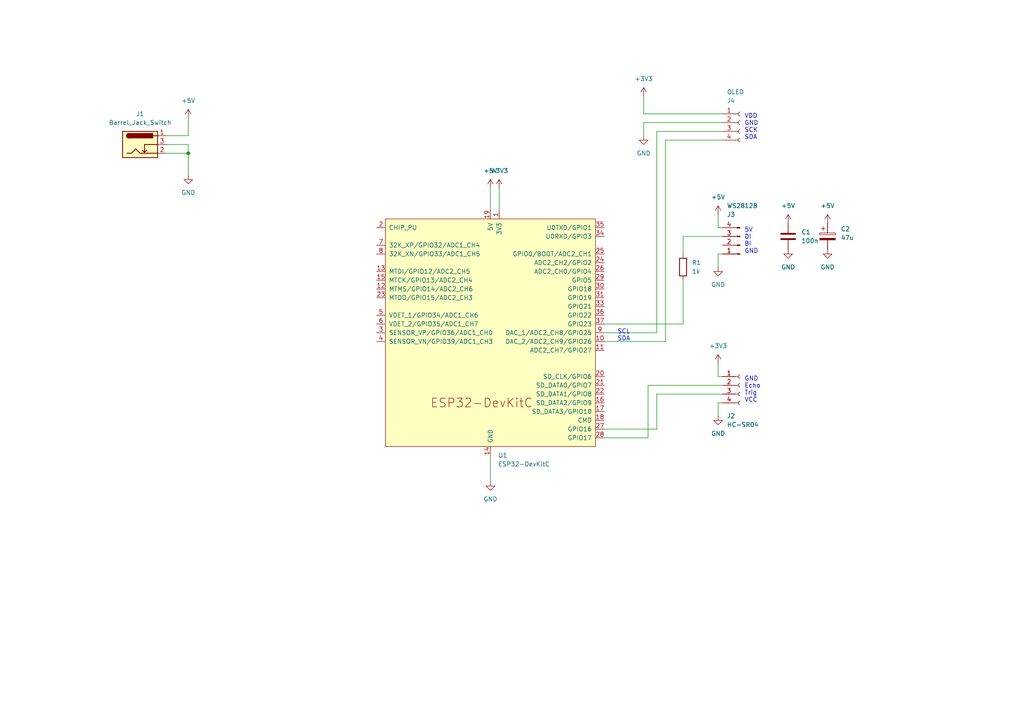
<source format=kicad_sch>
(kicad_sch (version 20230121) (generator eeschema)
  (paper "A4")
  (title_block (title "ESP32 Ultrasound Strip") (date "2023-09-20") (rev "0.1") (company "ICA HTL Anichstraße") (comment 1 "Schematic: Matteo Reiter") (comment 2 "Firmware: Niclas Prantl, Florian Unterpertinger"))
  (lib_symbols
    (symbol "Connector:Barrel_Jack_Switch" (pin_names hide)
      (property "Reference" "J" (at 0 5.334 0))
      (property "Value" "Barrel_Jack_Switch" (at 0 -5.08 0))
      (symbol "Barrel_Jack_Switch_0_1"
        (rectangle (start -5.08 3.81) (end 5.08 -3.81) (stroke (width 0.254)) (fill (type background)))
        (arc (start -3.302 3.175) (mid -3.9343 2.54) (end -3.302 1.905) (stroke (width 0.254)))
        (arc (start -3.302 3.175) (mid -3.9343 2.54) (end -3.302 1.905) (stroke (width 0.254)) (fill (type outline)))
        (polyline (pts (xy 1.27 -2.286) (xy 1.905 -1.651)) (stroke (width 0.254)))
        (polyline (pts (xy 5.08 2.54) (xy 3.81 2.54)) (stroke (width 0.254)))
        (polyline (pts (xy 5.08 0) (xy 1.27 0) (xy 1.27 -2.286) (xy 0.635 -1.651)) (stroke (width 0.254)))
        (polyline (pts (xy -3.81 -2.54) (xy -2.54 -2.54) (xy -1.27 -1.27) (xy 0 -2.54) (xy 2.54 -2.54) (xy 5.08 -2.54)) (stroke (width 0.254)))
        (rectangle (start 3.683 3.175) (end -3.302 1.905) (stroke (width 0.254)) (fill (type outline)))
      )
      (symbol "Barrel_Jack_Switch_1_1"
        (pin passive line (at 7.62 2.54 180) (length 2.54) (name "~") (number "1"))
        (pin passive line (at 7.62 -2.54 180) (length 2.54) (name "~") (number "2"))
        (pin passive line (at 7.62 0 180) (length 2.54) (name "~") (number "3"))
      )
    )
    (symbol "Connector:Conn_01x04_Pin" (pin_names (offset 1.016) hide)
      (property "Reference" "J" (at 0 5.08 0))
      (property "Value" "Conn_01x04_Pin" (at 0 -7.62 0))
      (symbol "Conn_01x04_Pin_1_1"
        (polyline (pts (xy 1.27 -5.08) (xy 0.8636 -5.08)) (stroke (width 0.1524)))
        (polyline (pts (xy 1.27 -2.54) (xy 0.8636 -2.54)) (stroke (width 0.1524)))
        (polyline (pts (xy 1.27 0) (xy 0.8636 0)) (stroke (width 0.1524)))
        (polyline (pts (xy 1.27 2.54) (xy 0.8636 2.54)) (stroke (width 0.1524)))
        (rectangle (start 0.8636 -4.953) (end 0 -5.207) (stroke (width 0.1524)) (fill (type outline)))
        (rectangle (start 0.8636 -2.413) (end 0 -2.667) (stroke (width 0.1524)) (fill (type outline)))
        (rectangle (start 0.8636 0.127) (end 0 -0.127) (stroke (width 0.1524)) (fill (type outline)))
        (rectangle (start 0.8636 2.667) (end 0 2.413) (stroke (width 0.1524)) (fill (type outline)))
        (pin passive line (at 5.08 2.54 180) (length 3.81) (name "Pin_1") (number "1"))
        (pin passive line (at 5.08 0 180) (length 3.81) (name "Pin_2") (number "2"))
        (pin passive line (at 5.08 -2.54 180) (length 3.81) (name "Pin_3") (number "3"))
        (pin passive line (at 5.08 -5.08 180) (length 3.81) (name "Pin_4") (number "4"))
      )
    )
    (symbol "Connector:Conn_01x04_Socket" (pin_names (offset 1.016) hide)
      (property "Reference" "J" (at 0 5.08 0))
      (property "Value" "Conn_01x04_Socket" (at 0 -7.62 0))
      (symbol "Conn_01x04_Socket_1_1"
        (arc (start 0 -4.572) (mid -0.5058 -5.08) (end 0 -5.588) (stroke (width 0.1524)))
        (arc (start 0 -2.032) (mid -0.5058 -2.54) (end 0 -3.048) (stroke (width 0.1524)))
        (polyline (pts (xy -1.27 -5.08) (xy -0.508 -5.08)) (stroke (width 0.1524)))
        (polyline (pts (xy -1.27 -2.54) (xy -0.508 -2.54)) (stroke (width 0.1524)))
        (polyline (pts (xy -1.27 0) (xy -0.508 0)) (stroke (width 0.1524)))
        (polyline (pts (xy -1.27 2.54) (xy -0.508 2.54)) (stroke (width 0.1524)))
        (arc (start 0 0.508) (mid -0.5058 0) (end 0 -0.508) (stroke (width 0.1524)))
        (arc (start 0 3.048) (mid -0.5058 2.54) (end 0 2.032) (stroke (width 0.1524)))
        (pin passive line (at -5.08 2.54 0) (length 3.81) (name "Pin_1") (number "1"))
        (pin passive line (at -5.08 0 0) (length 3.81) (name "Pin_2") (number "2"))
        (pin passive line (at -5.08 -2.54 0) (length 3.81) (name "Pin_3") (number "3"))
        (pin passive line (at -5.08 -5.08 0) (length 3.81) (name "Pin_4") (number "4"))
      )
    )
    (symbol "Device:C" (pin_numbers hide) (pin_names (offset 0.254))
      (property "Reference" "C" (at 0.635 2.54 0))
      (property "Value" "C" (at 0.635 -2.54 0))
      (symbol "C_0_1"
        (polyline (pts (xy -2.032 -0.762) (xy 2.032 -0.762)) (stroke (width 0.508)))
        (polyline (pts (xy -2.032 0.762) (xy 2.032 0.762)) (stroke (width 0.508)))
      )
      (symbol "C_1_1"
        (pin passive line (at 0 3.81 270) (length 2.794) (name "~") (number "1"))
        (pin passive line (at 0 -3.81 90) (length 2.794) (name "~") (number "2"))
      )
    )
    (symbol "Device:C_Polarized" (pin_numbers hide) (pin_names (offset 0.254))
      (property "Reference" "C" (at 0.635 2.54 0))
      (property "Value" "C_Polarized" (at 0.635 -2.54 0))
      (symbol "C_Polarized_0_1"
        (rectangle (start -2.286 0.508) (end 2.286 1.016))
        (polyline (pts (xy -1.778 2.286) (xy -0.762 2.286)))
        (polyline (pts (xy -1.27 2.794) (xy -1.27 1.778)))
        (rectangle (start 2.286 -0.508) (end -2.286 -1.016) (fill (type outline)))
      )
      (symbol "C_Polarized_1_1"
        (pin passive line (at 0 3.81 270) (length 2.794) (name "~") (number "1"))
        (pin passive line (at 0 -3.81 90) (length 2.794) (name "~") (number "2"))
      )
    )
    (symbol "Device:R" (pin_numbers hide) (pin_names (offset 0))
      (property "Reference" "R" (at 2.032 0 90))
      (property "Value" "R" (at 0 0 90))
      (symbol "R_0_1"
        (rectangle (start -1.016 -2.54) (end 1.016 2.54) (stroke (width 0.254)))
      )
      (symbol "R_1_1"
        (pin passive line (at 0 3.81 270) (length 1.27) (name "~") (number "1"))
        (pin passive line (at 0 -3.81 90) (length 1.27) (name "~") (number "2"))
      )
    )
    (symbol "PCM_Espressif:ESP32-DevKitC" (pin_names (offset 1.016))
      (property "Reference" "U" (at -30.48 38.1 0))
      (property "Value" "ESP32-DevKitC" (at -30.48 35.56 0))
      (symbol "ESP32-DevKitC_0_0"
        (text "ESP32-DevKitC" (at -2.54 -20.32 0) (effects (font (size 2.54 2.54))))
        (pin power_in line (at 0 -35.56 90) (length 2.54) (name "GND") (number "14"))
        (pin power_in line (at 0 35.56 270) (length 2.54) (name "5V") (number "19"))
      )
      (symbol "ESP32-DevKitC_0_1"
        (rectangle (start -30.48 33.02) (end 30.48 -33.02) (fill (type background)))
      )
      (symbol "ESP32-DevKitC_1_1"
        (pin power_in line (at 2.54 35.56 270) (length 2.54) (name "3V3") (number "1"))
        (pin bidirectional line (at 33.02 -2.54 180) (length 2.54) (name "DAC_2/ADC2_CH9/GPIO26") (number "10"))
        (pin bidirectional line (at 33.02 -5.08 180) (length 2.54) (name "ADC2_CH7/GPIO27") (number "11"))
        (pin bidirectional line (at -33.02 12.7 0) (length 2.54) (name "MTMS/GPIO14/ADC2_CH6") (number "12"))
        (pin bidirectional line (at -33.02 17.78 0) (length 2.54) (name "MTDI/GPIO12/ADC2_CH5") (number "13"))
        (pin bidirectional line (at -33.02 15.24 0) (length 2.54) (name "MTCK/GPIO13/ADC2_CH4") (number "15"))
        (pin bidirectional line (at 33.02 -20.32 180) (length 2.54) (name "SD_DATA2/GPIO9") (number "16"))
        (pin bidirectional line (at 33.02 -22.86 180) (length 2.54) (name "SD_DATA3/GPIO10") (number "17"))
        (pin bidirectional line (at 33.02 -25.4 180) (length 2.54) (name "CMD") (number "18"))
        (pin input line (at -33.02 30.48 0) (length 2.54) (name "CHIP_PU") (number "2"))
        (pin bidirectional line (at 33.02 -12.7 180) (length 2.54) (name "SD_CLK/GPIO6") (number "20"))
        (pin bidirectional line (at 33.02 -15.24 180) (length 2.54) (name "SD_DATA0/GPIO7") (number "21"))
        (pin bidirectional line (at 33.02 -17.78 180) (length 2.54) (name "SD_DATA1/GPIO8") (number "22"))
        (pin bidirectional line (at -33.02 10.16 0) (length 2.54) (name "MTDO/GPIO15/ADC2_CH3") (number "23"))
        (pin bidirectional line (at 33.02 20.32 180) (length 2.54) (name "ADC2_CH2/GPIO2") (number "24"))
        (pin bidirectional line (at 33.02 22.86 180) (length 2.54) (name "GPIO0/BOOT/ADC2_CH1") (number "25"))
        (pin bidirectional line (at 33.02 17.78 180) (length 2.54) (name "ADC2_CH0/GPIO4") (number "26"))
        (pin bidirectional line (at 33.02 -27.94 180) (length 2.54) (name "GPIO16") (number "27"))
        (pin bidirectional line (at 33.02 -30.48 180) (length 2.54) (name "GPIO17") (number "28"))
        (pin bidirectional line (at 33.02 15.24 180) (length 2.54) (name "GPIO5") (number "29"))
        (pin input line (at -33.02 0 0) (length 2.54) (name "SENSOR_VP/GPIO36/ADC1_CH0") (number "3"))
        (pin bidirectional line (at 33.02 12.7 180) (length 2.54) (name "GPIO18") (number "30"))
        (pin bidirectional line (at 33.02 10.16 180) (length 2.54) (name "GPIO19") (number "31"))
        (pin passive line (at 0 -35.56 90) (length 2.54) hide (name "GND") (number "32"))
        (pin bidirectional line (at 33.02 7.62 180) (length 2.54) (name "GPIO21") (number "33"))
        (pin bidirectional line (at 33.02 27.94 180) (length 2.54) (name "U0RXD/GPIO3") (number "34"))
        (pin bidirectional line (at 33.02 30.48 180) (length 2.54) (name "U0TXD/GPIO1") (number "35"))
        (pin bidirectional line (at 33.02 5.08 180) (length 2.54) (name "GPIO22") (number "36"))
        (pin bidirectional line (at 33.02 2.54 180) (length 2.54) (name "GPIO23") (number "37"))
        (pin passive line (at 0 -35.56 90) (length 2.54) hide (name "GND") (number "38"))
        (pin input line (at -33.02 -2.54 0) (length 2.54) (name "SENSOR_VN/GPIO39/ADC1_CH3") (number "4"))
        (pin input line (at -33.02 5.08 0) (length 2.54) (name "VDET_1/GPIO34/ADC1_CH6") (number "5"))
        (pin input line (at -33.02 2.54 0) (length 2.54) (name "VDET_2/GPIO35/ADC1_CH7") (number "6"))
        (pin bidirectional line (at -33.02 25.4 0) (length 2.54) (name "32K_XP/GPIO32/ADC1_CH4") (number "7"))
        (pin bidirectional line (at -33.02 22.86 0) (length 2.54) (name "32K_XN/GPIO33/ADC1_CH5") (number "8"))
        (pin bidirectional line (at 33.02 0 180) (length 2.54) (name "DAC_1/ADC2_CH8/GPIO25") (number "9"))
      )
    )
    (symbol "power:+3V3" (power) (pin_names (offset 0))
      (property "Value" "+3V3" (at 0 3.556 0))
      (symbol "+3V3_0_1"
        (polyline (pts (xy -0.762 1.27) (xy 0 2.54)))
        (polyline (pts (xy 0 0) (xy 0 2.54)))
        (polyline (pts (xy 0 2.54) (xy 0.762 1.27)))
      )
      (symbol "+3V3_1_1"
        (pin power_in line (at 0 0 90) (length 0) hide (name "+3V3") (number "1"))
      )
    )
    (symbol "power:+5V" (power) (pin_names (offset 0))
      (property "Value" "+5V" (at 0 3.556 0))
      (symbol "+5V_0_1"
        (polyline (pts (xy -0.762 1.27) (xy 0 2.54)))
        (polyline (pts (xy 0 0) (xy 0 2.54)))
        (polyline (pts (xy 0 2.54) (xy 0.762 1.27)))
      )
      (symbol "+5V_1_1"
        (pin power_in line (at 0 0 90) (length 0) hide (name "+5V") (number "1"))
      )
    )
    (symbol "power:GND" (power) (pin_names (offset 0))
      (property "Value" "GND" (at 0 -3.81 0))
      (symbol "GND_0_1"
        (polyline (pts (xy 0 0) (xy 0 -1.27) (xy 1.27 -1.27) (xy 0 -2.54) (xy -1.27 -1.27) (xy 0 -1.27)))
      )
      (symbol "GND_1_1"
        (pin power_in line (at 0 0 270) (length 0) hide (name "GND") (number "1"))
      )
    )
  )
  (junction (at 54.61 44.45))
  (wire (pts (xy 190.5 124.46) (xy 175.26 124.46)))
  (wire (pts (xy 48.26 39.37) (xy 54.61 39.37)))
  (wire (pts (xy 190.5 114.3) (xy 190.5 124.46)))
  (wire (pts (xy 198.12 68.58) (xy 198.12 73.66)))
  (wire (pts (xy 54.61 50.8) (xy 54.61 44.45)))
  (wire (pts (xy 175.26 96.52) (xy 190.5 96.52)))
  (wire (pts (xy 208.28 66.04) (xy 209.55 66.04)))
  (wire (pts (xy 208.28 105.41) (xy 208.28 109.22)))
  (wire (pts (xy 209.55 68.58) (xy 198.12 68.58)))
  (wire (pts (xy 175.26 127) (xy 187.96 127)))
  (wire (pts (xy 175.26 99.06) (xy 193.04 99.06)))
  (wire (pts (xy 190.5 114.3) (xy 209.55 114.3)))
  (wire (pts (xy 54.61 39.37) (xy 54.61 34.29)))
  (wire (pts (xy 198.12 81.28) (xy 198.12 93.98)))
  (wire (pts (xy 208.28 116.84) (xy 209.55 116.84)))
  (wire (pts (xy 208.28 62.23) (xy 208.28 66.04)))
  (wire (pts (xy 198.12 93.98) (xy 175.26 93.98)))
  (wire (pts (xy 187.96 111.76) (xy 209.55 111.76)))
  (wire (pts (xy 190.5 38.1) (xy 209.55 38.1)))
  (wire (pts (xy 186.69 27.94) (xy 186.69 33.02)))
  (wire (pts (xy 193.04 40.64) (xy 193.04 99.06)))
  (wire (pts (xy 48.26 41.91) (xy 54.61 41.91)))
  (wire (pts (xy 142.24 54.61) (xy 142.24 60.96)))
  (wire (pts (xy 208.28 73.66) (xy 209.55 73.66)))
  (wire (pts (xy 54.61 44.45) (xy 48.26 44.45)))
  (wire (pts (xy 190.5 38.1) (xy 190.5 96.52)))
  (wire (pts (xy 209.55 35.56) (xy 186.69 35.56)))
  (wire (pts (xy 186.69 33.02) (xy 209.55 33.02)))
  (wire (pts (xy 208.28 77.47) (xy 208.28 73.66)))
  (wire (pts (xy 187.96 127) (xy 187.96 111.76)))
  (wire (pts (xy 208.28 109.22) (xy 209.55 109.22)))
  (wire (pts (xy 144.78 54.61) (xy 144.78 60.96)))
  (wire (pts (xy 186.69 35.56) (xy 186.69 39.37)))
  (wire (pts (xy 208.28 120.65) (xy 208.28 116.84)))
  (wire (pts (xy 54.61 41.91) (xy 54.61 44.45)))
  (wire (pts (xy 193.04 40.64) (xy 209.55 40.64)))
  (wire (pts (xy 142.24 132.08) (xy 142.24 139.7)))
  (text "VDD\nGND\nSCK\nSDA" (at 215.9 40.64 0) (effects (font (size 1.27 1.27)) (justify left bottom)))
  (text "GND\nEcho\nTrig\nVCC" (at 215.9 116.84 0) (effects (font (size 1.27 1.27)) (justify left bottom)))
  (text "SCL\nSDA" (at 179.07 99.06 0) (effects (font (size 1.27 1.27)) (justify left bottom)))
  (text "5V\nDI\nBI\nGND" (at 215.9 73.66 0) (effects (font (size 1.27 1.27)) (justify left bottom)))
  (symbol (lib_id "PCM_Espressif:ESP32-DevKitC") (at 142.24 96.52 0) (unit 1)
    (property "Reference" "U1" (at 144.4341 132.08 0) (effects (justify left)))
    (property "Value" "ESP32-DevKitC" (at 144.4341 134.62 0) (effects (justify left)))
    (property "Footprint" "PCM_Espressif:ESP32-DevKitC" (effects hide))
    (property "Datasheet" "https://docs.espressif.com/projects/esp-idf/zh_CN/latest/esp32/hw-reference/esp32/get-started-devkitc.html" (effects hide))
  )
  (symbol (lib_id "power:+5V") (at 240.03 64.77 0) (unit 1)
    (property "Reference" "#PWR013" (effects hide))
    (property "Value" "+5V" (at 240.03 59.69 0))
  )
  (symbol (lib_id "Device:C_Polarized") (at 240.03 68.58 0) (unit 1)
    (property "Reference" "C2" (at 243.84 66.421 0) (effects (justify left)))
    (property "Value" "47u" (at 243.84 68.961 0) (effects (justify left)))
    (property "Footprint" "Capacitor_THT:CP_Radial_D8.0mm_P3.80mm" (effects hide))
  )
  (symbol (lib_id "power:+3V3") (at 144.78 54.61 0) (unit 1)
    (property "Reference" "#PWR09" (effects hide))
    (property "Value" "+3V3" (at 144.78 49.53 0))
  )
  (symbol (lib_id "Device:C") (at 228.6 68.58 0) (unit 1)
    (property "Reference" "C1" (at 232.41 67.31 0) (effects (justify left)))
    (property "Value" "100n" (at 232.41 69.85 0) (effects (justify left)))
    (property "Footprint" "Capacitor_THT:C_Disc_D6.0mm_W2.5mm_P5.00mm" (effects hide))
  )
  (symbol (lib_id "Connector:Conn_01x04_Socket") (at 214.63 111.76 0) (unit 1)
    (property "Reference" "J2" (at 210.82 120.65 0) (effects (justify left)))
    (property "Value" "HC-SR04" (at 210.82 123.19 0) (effects (justify left)))
    (property "Footprint" "Connector_PinSocket_2.54mm:PinSocket_1x04_P2.54mm_Horizontal" (effects hide))
  )
  (symbol (lib_id "power:GND") (at 186.69 39.37 0) (unit 1)
    (property "Reference" "#PWR011" (effects hide))
    (property "Value" "GND" (at 186.69 44.45 0))
  )
  (symbol (lib_id "Connector:Conn_01x04_Socket") (at 214.63 35.56 0) (unit 1)
    (property "Reference" "J4" (at 210.82 29.21 0) (effects (justify left)))
    (property "Value" "OLED" (at 210.82 26.67 0) (effects (justify left)))
    (property "Footprint" "Connector_PinSocket_2.54mm:PinSocket_1x04_P2.54mm_Vertical" (effects hide))
  )
  (symbol (lib_id "Device:R") (at 198.12 77.47 0) (unit 1)
    (property "Reference" "R1" (at 200.66 76.2 0) (effects (justify left)))
    (property "Value" "1k" (at 200.66 78.74 0) (effects (justify left)))
    (property "Footprint" "Resistor_THT:R_Axial_DIN0207_L6.3mm_D2.5mm_P10.16mm_Horizontal" (effects hide))
  )
  (symbol (lib_id "power:+3V3") (at 208.28 105.41 0) (unit 1)
    (property "Reference" "#PWR08" (effects hide))
    (property "Value" "+3V3" (at 208.28 100.33 0))
  )
  (symbol (lib_id "power:GND") (at 228.6 72.39 0) (unit 1)
    (property "Reference" "#PWR014" (effects hide))
    (property "Value" "GND" (at 228.6 77.47 0))
  )
  (symbol (lib_id "power:GND") (at 208.28 120.65 0) (unit 1)
    (property "Reference" "#PWR06" (effects hide))
    (property "Value" "GND" (at 208.28 125.73 0))
  )
  (symbol (lib_id "Connector:Conn_01x04_Pin") (at 214.63 71.12 180) (unit 1)
    (property "Reference" "J3" (at 210.82 62.23 0) (effects (justify right)))
    (property "Value" "WS2812B" (at 210.82 59.69 0) (effects (justify right)))
    (property "Footprint" "Connector_PinHeader_2.54mm:PinHeader_1x04_P2.54mm_Horizontal" (effects hide))
  )
  (symbol (lib_id "power:GND") (at 208.28 77.47 0) (unit 1)
    (property "Reference" "#PWR07" (effects hide))
    (property "Value" "GND" (at 208.28 82.55 0))
  )
  (symbol (lib_id "power:+5V") (at 142.24 54.61 0) (unit 1)
    (property "Reference" "#PWR03" (effects hide))
    (property "Value" "+5V" (at 142.24 49.53 0))
  )
  (symbol (lib_id "power:+5V") (at 54.61 34.29 0) (unit 1)
    (property "Reference" "#PWR01" (effects hide))
    (property "Value" "+5V" (at 54.61 29.21 0))
  )
  (symbol (lib_id "power:GND") (at 240.03 72.39 0) (unit 1)
    (property "Reference" "#PWR015" (effects hide))
    (property "Value" "GND" (at 240.03 77.47 0))
  )
  (symbol (lib_id "Connector:Barrel_Jack_Switch") (at 40.64 41.91 0) (unit 1)
    (property "Reference" "J1" (at 40.64 33.02 0))
    (property "Value" "Barrel_Jack_Switch" (at 40.64 35.56 0))
    (property "Footprint" "Connector_BarrelJack:BarrelJack_Horizontal" (effects hide))
  )
  (symbol (lib_id "power:GND") (at 142.24 139.7 0) (unit 1)
    (property "Reference" "#PWR04" (effects hide))
    (property "Value" "GND" (at 142.24 144.78 0))
  )
  (symbol (lib_id "power:GND") (at 54.61 50.8 0) (unit 1)
    (property "Reference" "#PWR02" (effects hide))
    (property "Value" "GND" (at 54.61 55.88 0))
  )
  (symbol (lib_id "power:+5V") (at 228.6 64.77 0) (unit 1)
    (property "Reference" "#PWR012" (effects hide))
    (property "Value" "+5V" (at 228.6 59.69 0))
  )
  (symbol (lib_id "power:+5V") (at 208.28 62.23 0) (unit 1)
    (property "Reference" "#PWR05" (effects hide))
    (property "Value" "+5V" (at 208.28 57.15 0))
  )
  (symbol (lib_id "power:+3V3") (at 186.69 27.94 0) (unit 1)
    (property "Reference" "#PWR010" (effects hide))
    (property "Value" "+3V3" (at 186.69 22.86 0))
  )
)
</source>
